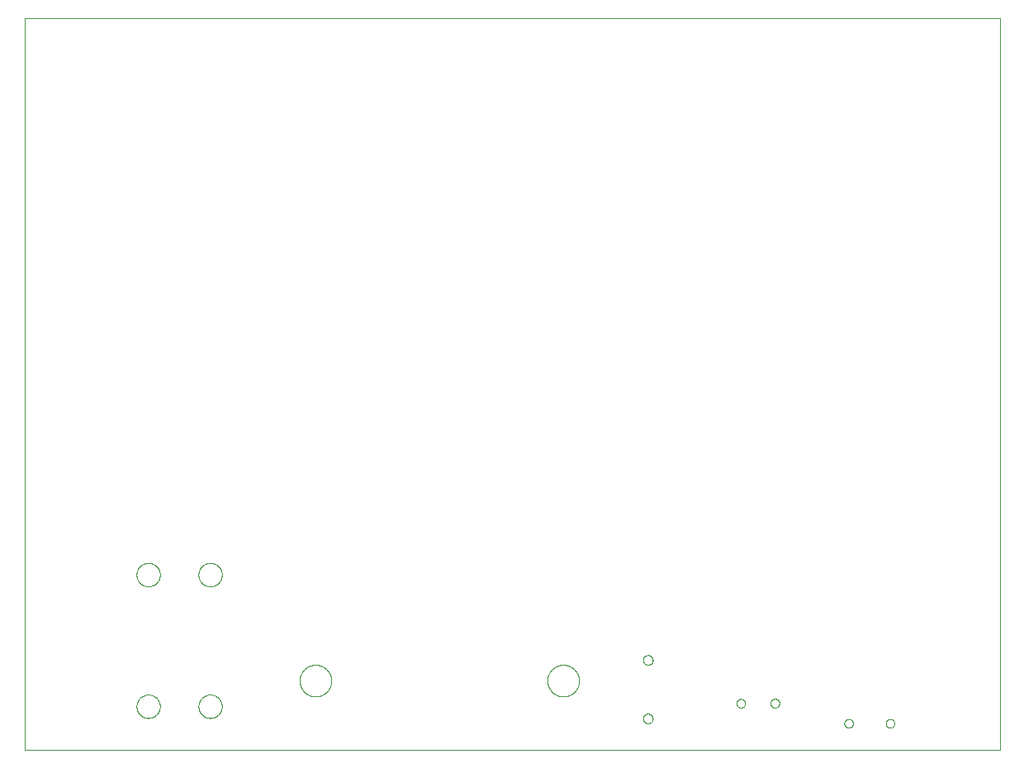
<source format=gbp>
G75*
%MOIN*%
%OFA0B0*%
%FSLAX25Y25*%
%IPPOS*%
%LPD*%
%AMOC8*
5,1,8,0,0,1.08239X$1,22.5*
%
%ADD10C,0.00000*%
D10*
X0004252Y0015829D02*
X0004252Y0311104D01*
X0397953Y0311104D01*
X0397953Y0015829D01*
X0004252Y0015829D01*
X0049528Y0033329D02*
X0049530Y0033466D01*
X0049536Y0033604D01*
X0049546Y0033741D01*
X0049560Y0033877D01*
X0049578Y0034014D01*
X0049600Y0034149D01*
X0049626Y0034284D01*
X0049655Y0034418D01*
X0049689Y0034552D01*
X0049726Y0034684D01*
X0049768Y0034815D01*
X0049813Y0034945D01*
X0049862Y0035073D01*
X0049914Y0035200D01*
X0049971Y0035325D01*
X0050030Y0035449D01*
X0050094Y0035571D01*
X0050161Y0035691D01*
X0050231Y0035809D01*
X0050305Y0035925D01*
X0050382Y0036039D01*
X0050463Y0036150D01*
X0050546Y0036259D01*
X0050633Y0036366D01*
X0050723Y0036469D01*
X0050816Y0036571D01*
X0050912Y0036669D01*
X0051010Y0036765D01*
X0051112Y0036858D01*
X0051215Y0036948D01*
X0051322Y0037035D01*
X0051431Y0037118D01*
X0051542Y0037199D01*
X0051656Y0037276D01*
X0051772Y0037350D01*
X0051890Y0037420D01*
X0052010Y0037487D01*
X0052132Y0037551D01*
X0052256Y0037610D01*
X0052381Y0037667D01*
X0052508Y0037719D01*
X0052636Y0037768D01*
X0052766Y0037813D01*
X0052897Y0037855D01*
X0053029Y0037892D01*
X0053163Y0037926D01*
X0053297Y0037955D01*
X0053432Y0037981D01*
X0053567Y0038003D01*
X0053704Y0038021D01*
X0053840Y0038035D01*
X0053977Y0038045D01*
X0054115Y0038051D01*
X0054252Y0038053D01*
X0054389Y0038051D01*
X0054527Y0038045D01*
X0054664Y0038035D01*
X0054800Y0038021D01*
X0054937Y0038003D01*
X0055072Y0037981D01*
X0055207Y0037955D01*
X0055341Y0037926D01*
X0055475Y0037892D01*
X0055607Y0037855D01*
X0055738Y0037813D01*
X0055868Y0037768D01*
X0055996Y0037719D01*
X0056123Y0037667D01*
X0056248Y0037610D01*
X0056372Y0037551D01*
X0056494Y0037487D01*
X0056614Y0037420D01*
X0056732Y0037350D01*
X0056848Y0037276D01*
X0056962Y0037199D01*
X0057073Y0037118D01*
X0057182Y0037035D01*
X0057289Y0036948D01*
X0057392Y0036858D01*
X0057494Y0036765D01*
X0057592Y0036669D01*
X0057688Y0036571D01*
X0057781Y0036469D01*
X0057871Y0036366D01*
X0057958Y0036259D01*
X0058041Y0036150D01*
X0058122Y0036039D01*
X0058199Y0035925D01*
X0058273Y0035809D01*
X0058343Y0035691D01*
X0058410Y0035571D01*
X0058474Y0035449D01*
X0058533Y0035325D01*
X0058590Y0035200D01*
X0058642Y0035073D01*
X0058691Y0034945D01*
X0058736Y0034815D01*
X0058778Y0034684D01*
X0058815Y0034552D01*
X0058849Y0034418D01*
X0058878Y0034284D01*
X0058904Y0034149D01*
X0058926Y0034014D01*
X0058944Y0033877D01*
X0058958Y0033741D01*
X0058968Y0033604D01*
X0058974Y0033466D01*
X0058976Y0033329D01*
X0058974Y0033192D01*
X0058968Y0033054D01*
X0058958Y0032917D01*
X0058944Y0032781D01*
X0058926Y0032644D01*
X0058904Y0032509D01*
X0058878Y0032374D01*
X0058849Y0032240D01*
X0058815Y0032106D01*
X0058778Y0031974D01*
X0058736Y0031843D01*
X0058691Y0031713D01*
X0058642Y0031585D01*
X0058590Y0031458D01*
X0058533Y0031333D01*
X0058474Y0031209D01*
X0058410Y0031087D01*
X0058343Y0030967D01*
X0058273Y0030849D01*
X0058199Y0030733D01*
X0058122Y0030619D01*
X0058041Y0030508D01*
X0057958Y0030399D01*
X0057871Y0030292D01*
X0057781Y0030189D01*
X0057688Y0030087D01*
X0057592Y0029989D01*
X0057494Y0029893D01*
X0057392Y0029800D01*
X0057289Y0029710D01*
X0057182Y0029623D01*
X0057073Y0029540D01*
X0056962Y0029459D01*
X0056848Y0029382D01*
X0056732Y0029308D01*
X0056614Y0029238D01*
X0056494Y0029171D01*
X0056372Y0029107D01*
X0056248Y0029048D01*
X0056123Y0028991D01*
X0055996Y0028939D01*
X0055868Y0028890D01*
X0055738Y0028845D01*
X0055607Y0028803D01*
X0055475Y0028766D01*
X0055341Y0028732D01*
X0055207Y0028703D01*
X0055072Y0028677D01*
X0054937Y0028655D01*
X0054800Y0028637D01*
X0054664Y0028623D01*
X0054527Y0028613D01*
X0054389Y0028607D01*
X0054252Y0028605D01*
X0054115Y0028607D01*
X0053977Y0028613D01*
X0053840Y0028623D01*
X0053704Y0028637D01*
X0053567Y0028655D01*
X0053432Y0028677D01*
X0053297Y0028703D01*
X0053163Y0028732D01*
X0053029Y0028766D01*
X0052897Y0028803D01*
X0052766Y0028845D01*
X0052636Y0028890D01*
X0052508Y0028939D01*
X0052381Y0028991D01*
X0052256Y0029048D01*
X0052132Y0029107D01*
X0052010Y0029171D01*
X0051890Y0029238D01*
X0051772Y0029308D01*
X0051656Y0029382D01*
X0051542Y0029459D01*
X0051431Y0029540D01*
X0051322Y0029623D01*
X0051215Y0029710D01*
X0051112Y0029800D01*
X0051010Y0029893D01*
X0050912Y0029989D01*
X0050816Y0030087D01*
X0050723Y0030189D01*
X0050633Y0030292D01*
X0050546Y0030399D01*
X0050463Y0030508D01*
X0050382Y0030619D01*
X0050305Y0030733D01*
X0050231Y0030849D01*
X0050161Y0030967D01*
X0050094Y0031087D01*
X0050030Y0031209D01*
X0049971Y0031333D01*
X0049914Y0031458D01*
X0049862Y0031585D01*
X0049813Y0031713D01*
X0049768Y0031843D01*
X0049726Y0031974D01*
X0049689Y0032106D01*
X0049655Y0032240D01*
X0049626Y0032374D01*
X0049600Y0032509D01*
X0049578Y0032644D01*
X0049560Y0032781D01*
X0049546Y0032917D01*
X0049536Y0033054D01*
X0049530Y0033192D01*
X0049528Y0033329D01*
X0074528Y0033329D02*
X0074530Y0033466D01*
X0074536Y0033604D01*
X0074546Y0033741D01*
X0074560Y0033877D01*
X0074578Y0034014D01*
X0074600Y0034149D01*
X0074626Y0034284D01*
X0074655Y0034418D01*
X0074689Y0034552D01*
X0074726Y0034684D01*
X0074768Y0034815D01*
X0074813Y0034945D01*
X0074862Y0035073D01*
X0074914Y0035200D01*
X0074971Y0035325D01*
X0075030Y0035449D01*
X0075094Y0035571D01*
X0075161Y0035691D01*
X0075231Y0035809D01*
X0075305Y0035925D01*
X0075382Y0036039D01*
X0075463Y0036150D01*
X0075546Y0036259D01*
X0075633Y0036366D01*
X0075723Y0036469D01*
X0075816Y0036571D01*
X0075912Y0036669D01*
X0076010Y0036765D01*
X0076112Y0036858D01*
X0076215Y0036948D01*
X0076322Y0037035D01*
X0076431Y0037118D01*
X0076542Y0037199D01*
X0076656Y0037276D01*
X0076772Y0037350D01*
X0076890Y0037420D01*
X0077010Y0037487D01*
X0077132Y0037551D01*
X0077256Y0037610D01*
X0077381Y0037667D01*
X0077508Y0037719D01*
X0077636Y0037768D01*
X0077766Y0037813D01*
X0077897Y0037855D01*
X0078029Y0037892D01*
X0078163Y0037926D01*
X0078297Y0037955D01*
X0078432Y0037981D01*
X0078567Y0038003D01*
X0078704Y0038021D01*
X0078840Y0038035D01*
X0078977Y0038045D01*
X0079115Y0038051D01*
X0079252Y0038053D01*
X0079389Y0038051D01*
X0079527Y0038045D01*
X0079664Y0038035D01*
X0079800Y0038021D01*
X0079937Y0038003D01*
X0080072Y0037981D01*
X0080207Y0037955D01*
X0080341Y0037926D01*
X0080475Y0037892D01*
X0080607Y0037855D01*
X0080738Y0037813D01*
X0080868Y0037768D01*
X0080996Y0037719D01*
X0081123Y0037667D01*
X0081248Y0037610D01*
X0081372Y0037551D01*
X0081494Y0037487D01*
X0081614Y0037420D01*
X0081732Y0037350D01*
X0081848Y0037276D01*
X0081962Y0037199D01*
X0082073Y0037118D01*
X0082182Y0037035D01*
X0082289Y0036948D01*
X0082392Y0036858D01*
X0082494Y0036765D01*
X0082592Y0036669D01*
X0082688Y0036571D01*
X0082781Y0036469D01*
X0082871Y0036366D01*
X0082958Y0036259D01*
X0083041Y0036150D01*
X0083122Y0036039D01*
X0083199Y0035925D01*
X0083273Y0035809D01*
X0083343Y0035691D01*
X0083410Y0035571D01*
X0083474Y0035449D01*
X0083533Y0035325D01*
X0083590Y0035200D01*
X0083642Y0035073D01*
X0083691Y0034945D01*
X0083736Y0034815D01*
X0083778Y0034684D01*
X0083815Y0034552D01*
X0083849Y0034418D01*
X0083878Y0034284D01*
X0083904Y0034149D01*
X0083926Y0034014D01*
X0083944Y0033877D01*
X0083958Y0033741D01*
X0083968Y0033604D01*
X0083974Y0033466D01*
X0083976Y0033329D01*
X0083974Y0033192D01*
X0083968Y0033054D01*
X0083958Y0032917D01*
X0083944Y0032781D01*
X0083926Y0032644D01*
X0083904Y0032509D01*
X0083878Y0032374D01*
X0083849Y0032240D01*
X0083815Y0032106D01*
X0083778Y0031974D01*
X0083736Y0031843D01*
X0083691Y0031713D01*
X0083642Y0031585D01*
X0083590Y0031458D01*
X0083533Y0031333D01*
X0083474Y0031209D01*
X0083410Y0031087D01*
X0083343Y0030967D01*
X0083273Y0030849D01*
X0083199Y0030733D01*
X0083122Y0030619D01*
X0083041Y0030508D01*
X0082958Y0030399D01*
X0082871Y0030292D01*
X0082781Y0030189D01*
X0082688Y0030087D01*
X0082592Y0029989D01*
X0082494Y0029893D01*
X0082392Y0029800D01*
X0082289Y0029710D01*
X0082182Y0029623D01*
X0082073Y0029540D01*
X0081962Y0029459D01*
X0081848Y0029382D01*
X0081732Y0029308D01*
X0081614Y0029238D01*
X0081494Y0029171D01*
X0081372Y0029107D01*
X0081248Y0029048D01*
X0081123Y0028991D01*
X0080996Y0028939D01*
X0080868Y0028890D01*
X0080738Y0028845D01*
X0080607Y0028803D01*
X0080475Y0028766D01*
X0080341Y0028732D01*
X0080207Y0028703D01*
X0080072Y0028677D01*
X0079937Y0028655D01*
X0079800Y0028637D01*
X0079664Y0028623D01*
X0079527Y0028613D01*
X0079389Y0028607D01*
X0079252Y0028605D01*
X0079115Y0028607D01*
X0078977Y0028613D01*
X0078840Y0028623D01*
X0078704Y0028637D01*
X0078567Y0028655D01*
X0078432Y0028677D01*
X0078297Y0028703D01*
X0078163Y0028732D01*
X0078029Y0028766D01*
X0077897Y0028803D01*
X0077766Y0028845D01*
X0077636Y0028890D01*
X0077508Y0028939D01*
X0077381Y0028991D01*
X0077256Y0029048D01*
X0077132Y0029107D01*
X0077010Y0029171D01*
X0076890Y0029238D01*
X0076772Y0029308D01*
X0076656Y0029382D01*
X0076542Y0029459D01*
X0076431Y0029540D01*
X0076322Y0029623D01*
X0076215Y0029710D01*
X0076112Y0029800D01*
X0076010Y0029893D01*
X0075912Y0029989D01*
X0075816Y0030087D01*
X0075723Y0030189D01*
X0075633Y0030292D01*
X0075546Y0030399D01*
X0075463Y0030508D01*
X0075382Y0030619D01*
X0075305Y0030733D01*
X0075231Y0030849D01*
X0075161Y0030967D01*
X0075094Y0031087D01*
X0075030Y0031209D01*
X0074971Y0031333D01*
X0074914Y0031458D01*
X0074862Y0031585D01*
X0074813Y0031713D01*
X0074768Y0031843D01*
X0074726Y0031974D01*
X0074689Y0032106D01*
X0074655Y0032240D01*
X0074626Y0032374D01*
X0074600Y0032509D01*
X0074578Y0032644D01*
X0074560Y0032781D01*
X0074546Y0032917D01*
X0074536Y0033054D01*
X0074530Y0033192D01*
X0074528Y0033329D01*
X0115352Y0043703D02*
X0115354Y0043863D01*
X0115360Y0044022D01*
X0115370Y0044181D01*
X0115384Y0044340D01*
X0115402Y0044499D01*
X0115423Y0044657D01*
X0115449Y0044814D01*
X0115479Y0044971D01*
X0115512Y0045127D01*
X0115550Y0045282D01*
X0115591Y0045436D01*
X0115636Y0045589D01*
X0115685Y0045741D01*
X0115738Y0045892D01*
X0115794Y0046041D01*
X0115855Y0046189D01*
X0115918Y0046335D01*
X0115986Y0046480D01*
X0116057Y0046623D01*
X0116131Y0046764D01*
X0116209Y0046903D01*
X0116291Y0047040D01*
X0116376Y0047175D01*
X0116464Y0047308D01*
X0116556Y0047439D01*
X0116650Y0047567D01*
X0116748Y0047693D01*
X0116849Y0047817D01*
X0116953Y0047938D01*
X0117060Y0048056D01*
X0117170Y0048172D01*
X0117283Y0048285D01*
X0117399Y0048395D01*
X0117517Y0048502D01*
X0117638Y0048606D01*
X0117762Y0048707D01*
X0117888Y0048805D01*
X0118016Y0048899D01*
X0118147Y0048991D01*
X0118280Y0049079D01*
X0118415Y0049164D01*
X0118552Y0049246D01*
X0118691Y0049324D01*
X0118832Y0049398D01*
X0118975Y0049469D01*
X0119120Y0049537D01*
X0119266Y0049600D01*
X0119414Y0049661D01*
X0119563Y0049717D01*
X0119714Y0049770D01*
X0119866Y0049819D01*
X0120019Y0049864D01*
X0120173Y0049905D01*
X0120328Y0049943D01*
X0120484Y0049976D01*
X0120641Y0050006D01*
X0120798Y0050032D01*
X0120956Y0050053D01*
X0121115Y0050071D01*
X0121274Y0050085D01*
X0121433Y0050095D01*
X0121592Y0050101D01*
X0121752Y0050103D01*
X0121912Y0050101D01*
X0122071Y0050095D01*
X0122230Y0050085D01*
X0122389Y0050071D01*
X0122548Y0050053D01*
X0122706Y0050032D01*
X0122863Y0050006D01*
X0123020Y0049976D01*
X0123176Y0049943D01*
X0123331Y0049905D01*
X0123485Y0049864D01*
X0123638Y0049819D01*
X0123790Y0049770D01*
X0123941Y0049717D01*
X0124090Y0049661D01*
X0124238Y0049600D01*
X0124384Y0049537D01*
X0124529Y0049469D01*
X0124672Y0049398D01*
X0124813Y0049324D01*
X0124952Y0049246D01*
X0125089Y0049164D01*
X0125224Y0049079D01*
X0125357Y0048991D01*
X0125488Y0048899D01*
X0125616Y0048805D01*
X0125742Y0048707D01*
X0125866Y0048606D01*
X0125987Y0048502D01*
X0126105Y0048395D01*
X0126221Y0048285D01*
X0126334Y0048172D01*
X0126444Y0048056D01*
X0126551Y0047938D01*
X0126655Y0047817D01*
X0126756Y0047693D01*
X0126854Y0047567D01*
X0126948Y0047439D01*
X0127040Y0047308D01*
X0127128Y0047175D01*
X0127213Y0047040D01*
X0127295Y0046903D01*
X0127373Y0046764D01*
X0127447Y0046623D01*
X0127518Y0046480D01*
X0127586Y0046335D01*
X0127649Y0046189D01*
X0127710Y0046041D01*
X0127766Y0045892D01*
X0127819Y0045741D01*
X0127868Y0045589D01*
X0127913Y0045436D01*
X0127954Y0045282D01*
X0127992Y0045127D01*
X0128025Y0044971D01*
X0128055Y0044814D01*
X0128081Y0044657D01*
X0128102Y0044499D01*
X0128120Y0044340D01*
X0128134Y0044181D01*
X0128144Y0044022D01*
X0128150Y0043863D01*
X0128152Y0043703D01*
X0128150Y0043543D01*
X0128144Y0043384D01*
X0128134Y0043225D01*
X0128120Y0043066D01*
X0128102Y0042907D01*
X0128081Y0042749D01*
X0128055Y0042592D01*
X0128025Y0042435D01*
X0127992Y0042279D01*
X0127954Y0042124D01*
X0127913Y0041970D01*
X0127868Y0041817D01*
X0127819Y0041665D01*
X0127766Y0041514D01*
X0127710Y0041365D01*
X0127649Y0041217D01*
X0127586Y0041071D01*
X0127518Y0040926D01*
X0127447Y0040783D01*
X0127373Y0040642D01*
X0127295Y0040503D01*
X0127213Y0040366D01*
X0127128Y0040231D01*
X0127040Y0040098D01*
X0126948Y0039967D01*
X0126854Y0039839D01*
X0126756Y0039713D01*
X0126655Y0039589D01*
X0126551Y0039468D01*
X0126444Y0039350D01*
X0126334Y0039234D01*
X0126221Y0039121D01*
X0126105Y0039011D01*
X0125987Y0038904D01*
X0125866Y0038800D01*
X0125742Y0038699D01*
X0125616Y0038601D01*
X0125488Y0038507D01*
X0125357Y0038415D01*
X0125224Y0038327D01*
X0125089Y0038242D01*
X0124952Y0038160D01*
X0124813Y0038082D01*
X0124672Y0038008D01*
X0124529Y0037937D01*
X0124384Y0037869D01*
X0124238Y0037806D01*
X0124090Y0037745D01*
X0123941Y0037689D01*
X0123790Y0037636D01*
X0123638Y0037587D01*
X0123485Y0037542D01*
X0123331Y0037501D01*
X0123176Y0037463D01*
X0123020Y0037430D01*
X0122863Y0037400D01*
X0122706Y0037374D01*
X0122548Y0037353D01*
X0122389Y0037335D01*
X0122230Y0037321D01*
X0122071Y0037311D01*
X0121912Y0037305D01*
X0121752Y0037303D01*
X0121592Y0037305D01*
X0121433Y0037311D01*
X0121274Y0037321D01*
X0121115Y0037335D01*
X0120956Y0037353D01*
X0120798Y0037374D01*
X0120641Y0037400D01*
X0120484Y0037430D01*
X0120328Y0037463D01*
X0120173Y0037501D01*
X0120019Y0037542D01*
X0119866Y0037587D01*
X0119714Y0037636D01*
X0119563Y0037689D01*
X0119414Y0037745D01*
X0119266Y0037806D01*
X0119120Y0037869D01*
X0118975Y0037937D01*
X0118832Y0038008D01*
X0118691Y0038082D01*
X0118552Y0038160D01*
X0118415Y0038242D01*
X0118280Y0038327D01*
X0118147Y0038415D01*
X0118016Y0038507D01*
X0117888Y0038601D01*
X0117762Y0038699D01*
X0117638Y0038800D01*
X0117517Y0038904D01*
X0117399Y0039011D01*
X0117283Y0039121D01*
X0117170Y0039234D01*
X0117060Y0039350D01*
X0116953Y0039468D01*
X0116849Y0039589D01*
X0116748Y0039713D01*
X0116650Y0039839D01*
X0116556Y0039967D01*
X0116464Y0040098D01*
X0116376Y0040231D01*
X0116291Y0040366D01*
X0116209Y0040503D01*
X0116131Y0040642D01*
X0116057Y0040783D01*
X0115986Y0040926D01*
X0115918Y0041071D01*
X0115855Y0041217D01*
X0115794Y0041365D01*
X0115738Y0041514D01*
X0115685Y0041665D01*
X0115636Y0041817D01*
X0115591Y0041970D01*
X0115550Y0042124D01*
X0115512Y0042279D01*
X0115479Y0042435D01*
X0115449Y0042592D01*
X0115423Y0042749D01*
X0115402Y0042907D01*
X0115384Y0043066D01*
X0115370Y0043225D01*
X0115360Y0043384D01*
X0115354Y0043543D01*
X0115352Y0043703D01*
X0074528Y0086478D02*
X0074530Y0086615D01*
X0074536Y0086753D01*
X0074546Y0086890D01*
X0074560Y0087026D01*
X0074578Y0087163D01*
X0074600Y0087298D01*
X0074626Y0087433D01*
X0074655Y0087567D01*
X0074689Y0087701D01*
X0074726Y0087833D01*
X0074768Y0087964D01*
X0074813Y0088094D01*
X0074862Y0088222D01*
X0074914Y0088349D01*
X0074971Y0088474D01*
X0075030Y0088598D01*
X0075094Y0088720D01*
X0075161Y0088840D01*
X0075231Y0088958D01*
X0075305Y0089074D01*
X0075382Y0089188D01*
X0075463Y0089299D01*
X0075546Y0089408D01*
X0075633Y0089515D01*
X0075723Y0089618D01*
X0075816Y0089720D01*
X0075912Y0089818D01*
X0076010Y0089914D01*
X0076112Y0090007D01*
X0076215Y0090097D01*
X0076322Y0090184D01*
X0076431Y0090267D01*
X0076542Y0090348D01*
X0076656Y0090425D01*
X0076772Y0090499D01*
X0076890Y0090569D01*
X0077010Y0090636D01*
X0077132Y0090700D01*
X0077256Y0090759D01*
X0077381Y0090816D01*
X0077508Y0090868D01*
X0077636Y0090917D01*
X0077766Y0090962D01*
X0077897Y0091004D01*
X0078029Y0091041D01*
X0078163Y0091075D01*
X0078297Y0091104D01*
X0078432Y0091130D01*
X0078567Y0091152D01*
X0078704Y0091170D01*
X0078840Y0091184D01*
X0078977Y0091194D01*
X0079115Y0091200D01*
X0079252Y0091202D01*
X0079389Y0091200D01*
X0079527Y0091194D01*
X0079664Y0091184D01*
X0079800Y0091170D01*
X0079937Y0091152D01*
X0080072Y0091130D01*
X0080207Y0091104D01*
X0080341Y0091075D01*
X0080475Y0091041D01*
X0080607Y0091004D01*
X0080738Y0090962D01*
X0080868Y0090917D01*
X0080996Y0090868D01*
X0081123Y0090816D01*
X0081248Y0090759D01*
X0081372Y0090700D01*
X0081494Y0090636D01*
X0081614Y0090569D01*
X0081732Y0090499D01*
X0081848Y0090425D01*
X0081962Y0090348D01*
X0082073Y0090267D01*
X0082182Y0090184D01*
X0082289Y0090097D01*
X0082392Y0090007D01*
X0082494Y0089914D01*
X0082592Y0089818D01*
X0082688Y0089720D01*
X0082781Y0089618D01*
X0082871Y0089515D01*
X0082958Y0089408D01*
X0083041Y0089299D01*
X0083122Y0089188D01*
X0083199Y0089074D01*
X0083273Y0088958D01*
X0083343Y0088840D01*
X0083410Y0088720D01*
X0083474Y0088598D01*
X0083533Y0088474D01*
X0083590Y0088349D01*
X0083642Y0088222D01*
X0083691Y0088094D01*
X0083736Y0087964D01*
X0083778Y0087833D01*
X0083815Y0087701D01*
X0083849Y0087567D01*
X0083878Y0087433D01*
X0083904Y0087298D01*
X0083926Y0087163D01*
X0083944Y0087026D01*
X0083958Y0086890D01*
X0083968Y0086753D01*
X0083974Y0086615D01*
X0083976Y0086478D01*
X0083974Y0086341D01*
X0083968Y0086203D01*
X0083958Y0086066D01*
X0083944Y0085930D01*
X0083926Y0085793D01*
X0083904Y0085658D01*
X0083878Y0085523D01*
X0083849Y0085389D01*
X0083815Y0085255D01*
X0083778Y0085123D01*
X0083736Y0084992D01*
X0083691Y0084862D01*
X0083642Y0084734D01*
X0083590Y0084607D01*
X0083533Y0084482D01*
X0083474Y0084358D01*
X0083410Y0084236D01*
X0083343Y0084116D01*
X0083273Y0083998D01*
X0083199Y0083882D01*
X0083122Y0083768D01*
X0083041Y0083657D01*
X0082958Y0083548D01*
X0082871Y0083441D01*
X0082781Y0083338D01*
X0082688Y0083236D01*
X0082592Y0083138D01*
X0082494Y0083042D01*
X0082392Y0082949D01*
X0082289Y0082859D01*
X0082182Y0082772D01*
X0082073Y0082689D01*
X0081962Y0082608D01*
X0081848Y0082531D01*
X0081732Y0082457D01*
X0081614Y0082387D01*
X0081494Y0082320D01*
X0081372Y0082256D01*
X0081248Y0082197D01*
X0081123Y0082140D01*
X0080996Y0082088D01*
X0080868Y0082039D01*
X0080738Y0081994D01*
X0080607Y0081952D01*
X0080475Y0081915D01*
X0080341Y0081881D01*
X0080207Y0081852D01*
X0080072Y0081826D01*
X0079937Y0081804D01*
X0079800Y0081786D01*
X0079664Y0081772D01*
X0079527Y0081762D01*
X0079389Y0081756D01*
X0079252Y0081754D01*
X0079115Y0081756D01*
X0078977Y0081762D01*
X0078840Y0081772D01*
X0078704Y0081786D01*
X0078567Y0081804D01*
X0078432Y0081826D01*
X0078297Y0081852D01*
X0078163Y0081881D01*
X0078029Y0081915D01*
X0077897Y0081952D01*
X0077766Y0081994D01*
X0077636Y0082039D01*
X0077508Y0082088D01*
X0077381Y0082140D01*
X0077256Y0082197D01*
X0077132Y0082256D01*
X0077010Y0082320D01*
X0076890Y0082387D01*
X0076772Y0082457D01*
X0076656Y0082531D01*
X0076542Y0082608D01*
X0076431Y0082689D01*
X0076322Y0082772D01*
X0076215Y0082859D01*
X0076112Y0082949D01*
X0076010Y0083042D01*
X0075912Y0083138D01*
X0075816Y0083236D01*
X0075723Y0083338D01*
X0075633Y0083441D01*
X0075546Y0083548D01*
X0075463Y0083657D01*
X0075382Y0083768D01*
X0075305Y0083882D01*
X0075231Y0083998D01*
X0075161Y0084116D01*
X0075094Y0084236D01*
X0075030Y0084358D01*
X0074971Y0084482D01*
X0074914Y0084607D01*
X0074862Y0084734D01*
X0074813Y0084862D01*
X0074768Y0084992D01*
X0074726Y0085123D01*
X0074689Y0085255D01*
X0074655Y0085389D01*
X0074626Y0085523D01*
X0074600Y0085658D01*
X0074578Y0085793D01*
X0074560Y0085930D01*
X0074546Y0086066D01*
X0074536Y0086203D01*
X0074530Y0086341D01*
X0074528Y0086478D01*
X0049528Y0086478D02*
X0049530Y0086615D01*
X0049536Y0086753D01*
X0049546Y0086890D01*
X0049560Y0087026D01*
X0049578Y0087163D01*
X0049600Y0087298D01*
X0049626Y0087433D01*
X0049655Y0087567D01*
X0049689Y0087701D01*
X0049726Y0087833D01*
X0049768Y0087964D01*
X0049813Y0088094D01*
X0049862Y0088222D01*
X0049914Y0088349D01*
X0049971Y0088474D01*
X0050030Y0088598D01*
X0050094Y0088720D01*
X0050161Y0088840D01*
X0050231Y0088958D01*
X0050305Y0089074D01*
X0050382Y0089188D01*
X0050463Y0089299D01*
X0050546Y0089408D01*
X0050633Y0089515D01*
X0050723Y0089618D01*
X0050816Y0089720D01*
X0050912Y0089818D01*
X0051010Y0089914D01*
X0051112Y0090007D01*
X0051215Y0090097D01*
X0051322Y0090184D01*
X0051431Y0090267D01*
X0051542Y0090348D01*
X0051656Y0090425D01*
X0051772Y0090499D01*
X0051890Y0090569D01*
X0052010Y0090636D01*
X0052132Y0090700D01*
X0052256Y0090759D01*
X0052381Y0090816D01*
X0052508Y0090868D01*
X0052636Y0090917D01*
X0052766Y0090962D01*
X0052897Y0091004D01*
X0053029Y0091041D01*
X0053163Y0091075D01*
X0053297Y0091104D01*
X0053432Y0091130D01*
X0053567Y0091152D01*
X0053704Y0091170D01*
X0053840Y0091184D01*
X0053977Y0091194D01*
X0054115Y0091200D01*
X0054252Y0091202D01*
X0054389Y0091200D01*
X0054527Y0091194D01*
X0054664Y0091184D01*
X0054800Y0091170D01*
X0054937Y0091152D01*
X0055072Y0091130D01*
X0055207Y0091104D01*
X0055341Y0091075D01*
X0055475Y0091041D01*
X0055607Y0091004D01*
X0055738Y0090962D01*
X0055868Y0090917D01*
X0055996Y0090868D01*
X0056123Y0090816D01*
X0056248Y0090759D01*
X0056372Y0090700D01*
X0056494Y0090636D01*
X0056614Y0090569D01*
X0056732Y0090499D01*
X0056848Y0090425D01*
X0056962Y0090348D01*
X0057073Y0090267D01*
X0057182Y0090184D01*
X0057289Y0090097D01*
X0057392Y0090007D01*
X0057494Y0089914D01*
X0057592Y0089818D01*
X0057688Y0089720D01*
X0057781Y0089618D01*
X0057871Y0089515D01*
X0057958Y0089408D01*
X0058041Y0089299D01*
X0058122Y0089188D01*
X0058199Y0089074D01*
X0058273Y0088958D01*
X0058343Y0088840D01*
X0058410Y0088720D01*
X0058474Y0088598D01*
X0058533Y0088474D01*
X0058590Y0088349D01*
X0058642Y0088222D01*
X0058691Y0088094D01*
X0058736Y0087964D01*
X0058778Y0087833D01*
X0058815Y0087701D01*
X0058849Y0087567D01*
X0058878Y0087433D01*
X0058904Y0087298D01*
X0058926Y0087163D01*
X0058944Y0087026D01*
X0058958Y0086890D01*
X0058968Y0086753D01*
X0058974Y0086615D01*
X0058976Y0086478D01*
X0058974Y0086341D01*
X0058968Y0086203D01*
X0058958Y0086066D01*
X0058944Y0085930D01*
X0058926Y0085793D01*
X0058904Y0085658D01*
X0058878Y0085523D01*
X0058849Y0085389D01*
X0058815Y0085255D01*
X0058778Y0085123D01*
X0058736Y0084992D01*
X0058691Y0084862D01*
X0058642Y0084734D01*
X0058590Y0084607D01*
X0058533Y0084482D01*
X0058474Y0084358D01*
X0058410Y0084236D01*
X0058343Y0084116D01*
X0058273Y0083998D01*
X0058199Y0083882D01*
X0058122Y0083768D01*
X0058041Y0083657D01*
X0057958Y0083548D01*
X0057871Y0083441D01*
X0057781Y0083338D01*
X0057688Y0083236D01*
X0057592Y0083138D01*
X0057494Y0083042D01*
X0057392Y0082949D01*
X0057289Y0082859D01*
X0057182Y0082772D01*
X0057073Y0082689D01*
X0056962Y0082608D01*
X0056848Y0082531D01*
X0056732Y0082457D01*
X0056614Y0082387D01*
X0056494Y0082320D01*
X0056372Y0082256D01*
X0056248Y0082197D01*
X0056123Y0082140D01*
X0055996Y0082088D01*
X0055868Y0082039D01*
X0055738Y0081994D01*
X0055607Y0081952D01*
X0055475Y0081915D01*
X0055341Y0081881D01*
X0055207Y0081852D01*
X0055072Y0081826D01*
X0054937Y0081804D01*
X0054800Y0081786D01*
X0054664Y0081772D01*
X0054527Y0081762D01*
X0054389Y0081756D01*
X0054252Y0081754D01*
X0054115Y0081756D01*
X0053977Y0081762D01*
X0053840Y0081772D01*
X0053704Y0081786D01*
X0053567Y0081804D01*
X0053432Y0081826D01*
X0053297Y0081852D01*
X0053163Y0081881D01*
X0053029Y0081915D01*
X0052897Y0081952D01*
X0052766Y0081994D01*
X0052636Y0082039D01*
X0052508Y0082088D01*
X0052381Y0082140D01*
X0052256Y0082197D01*
X0052132Y0082256D01*
X0052010Y0082320D01*
X0051890Y0082387D01*
X0051772Y0082457D01*
X0051656Y0082531D01*
X0051542Y0082608D01*
X0051431Y0082689D01*
X0051322Y0082772D01*
X0051215Y0082859D01*
X0051112Y0082949D01*
X0051010Y0083042D01*
X0050912Y0083138D01*
X0050816Y0083236D01*
X0050723Y0083338D01*
X0050633Y0083441D01*
X0050546Y0083548D01*
X0050463Y0083657D01*
X0050382Y0083768D01*
X0050305Y0083882D01*
X0050231Y0083998D01*
X0050161Y0084116D01*
X0050094Y0084236D01*
X0050030Y0084358D01*
X0049971Y0084482D01*
X0049914Y0084607D01*
X0049862Y0084734D01*
X0049813Y0084862D01*
X0049768Y0084992D01*
X0049726Y0085123D01*
X0049689Y0085255D01*
X0049655Y0085389D01*
X0049626Y0085523D01*
X0049600Y0085658D01*
X0049578Y0085793D01*
X0049560Y0085930D01*
X0049546Y0086066D01*
X0049536Y0086203D01*
X0049530Y0086341D01*
X0049528Y0086478D01*
X0215352Y0043703D02*
X0215354Y0043863D01*
X0215360Y0044022D01*
X0215370Y0044181D01*
X0215384Y0044340D01*
X0215402Y0044499D01*
X0215423Y0044657D01*
X0215449Y0044814D01*
X0215479Y0044971D01*
X0215512Y0045127D01*
X0215550Y0045282D01*
X0215591Y0045436D01*
X0215636Y0045589D01*
X0215685Y0045741D01*
X0215738Y0045892D01*
X0215794Y0046041D01*
X0215855Y0046189D01*
X0215918Y0046335D01*
X0215986Y0046480D01*
X0216057Y0046623D01*
X0216131Y0046764D01*
X0216209Y0046903D01*
X0216291Y0047040D01*
X0216376Y0047175D01*
X0216464Y0047308D01*
X0216556Y0047439D01*
X0216650Y0047567D01*
X0216748Y0047693D01*
X0216849Y0047817D01*
X0216953Y0047938D01*
X0217060Y0048056D01*
X0217170Y0048172D01*
X0217283Y0048285D01*
X0217399Y0048395D01*
X0217517Y0048502D01*
X0217638Y0048606D01*
X0217762Y0048707D01*
X0217888Y0048805D01*
X0218016Y0048899D01*
X0218147Y0048991D01*
X0218280Y0049079D01*
X0218415Y0049164D01*
X0218552Y0049246D01*
X0218691Y0049324D01*
X0218832Y0049398D01*
X0218975Y0049469D01*
X0219120Y0049537D01*
X0219266Y0049600D01*
X0219414Y0049661D01*
X0219563Y0049717D01*
X0219714Y0049770D01*
X0219866Y0049819D01*
X0220019Y0049864D01*
X0220173Y0049905D01*
X0220328Y0049943D01*
X0220484Y0049976D01*
X0220641Y0050006D01*
X0220798Y0050032D01*
X0220956Y0050053D01*
X0221115Y0050071D01*
X0221274Y0050085D01*
X0221433Y0050095D01*
X0221592Y0050101D01*
X0221752Y0050103D01*
X0221912Y0050101D01*
X0222071Y0050095D01*
X0222230Y0050085D01*
X0222389Y0050071D01*
X0222548Y0050053D01*
X0222706Y0050032D01*
X0222863Y0050006D01*
X0223020Y0049976D01*
X0223176Y0049943D01*
X0223331Y0049905D01*
X0223485Y0049864D01*
X0223638Y0049819D01*
X0223790Y0049770D01*
X0223941Y0049717D01*
X0224090Y0049661D01*
X0224238Y0049600D01*
X0224384Y0049537D01*
X0224529Y0049469D01*
X0224672Y0049398D01*
X0224813Y0049324D01*
X0224952Y0049246D01*
X0225089Y0049164D01*
X0225224Y0049079D01*
X0225357Y0048991D01*
X0225488Y0048899D01*
X0225616Y0048805D01*
X0225742Y0048707D01*
X0225866Y0048606D01*
X0225987Y0048502D01*
X0226105Y0048395D01*
X0226221Y0048285D01*
X0226334Y0048172D01*
X0226444Y0048056D01*
X0226551Y0047938D01*
X0226655Y0047817D01*
X0226756Y0047693D01*
X0226854Y0047567D01*
X0226948Y0047439D01*
X0227040Y0047308D01*
X0227128Y0047175D01*
X0227213Y0047040D01*
X0227295Y0046903D01*
X0227373Y0046764D01*
X0227447Y0046623D01*
X0227518Y0046480D01*
X0227586Y0046335D01*
X0227649Y0046189D01*
X0227710Y0046041D01*
X0227766Y0045892D01*
X0227819Y0045741D01*
X0227868Y0045589D01*
X0227913Y0045436D01*
X0227954Y0045282D01*
X0227992Y0045127D01*
X0228025Y0044971D01*
X0228055Y0044814D01*
X0228081Y0044657D01*
X0228102Y0044499D01*
X0228120Y0044340D01*
X0228134Y0044181D01*
X0228144Y0044022D01*
X0228150Y0043863D01*
X0228152Y0043703D01*
X0228150Y0043543D01*
X0228144Y0043384D01*
X0228134Y0043225D01*
X0228120Y0043066D01*
X0228102Y0042907D01*
X0228081Y0042749D01*
X0228055Y0042592D01*
X0228025Y0042435D01*
X0227992Y0042279D01*
X0227954Y0042124D01*
X0227913Y0041970D01*
X0227868Y0041817D01*
X0227819Y0041665D01*
X0227766Y0041514D01*
X0227710Y0041365D01*
X0227649Y0041217D01*
X0227586Y0041071D01*
X0227518Y0040926D01*
X0227447Y0040783D01*
X0227373Y0040642D01*
X0227295Y0040503D01*
X0227213Y0040366D01*
X0227128Y0040231D01*
X0227040Y0040098D01*
X0226948Y0039967D01*
X0226854Y0039839D01*
X0226756Y0039713D01*
X0226655Y0039589D01*
X0226551Y0039468D01*
X0226444Y0039350D01*
X0226334Y0039234D01*
X0226221Y0039121D01*
X0226105Y0039011D01*
X0225987Y0038904D01*
X0225866Y0038800D01*
X0225742Y0038699D01*
X0225616Y0038601D01*
X0225488Y0038507D01*
X0225357Y0038415D01*
X0225224Y0038327D01*
X0225089Y0038242D01*
X0224952Y0038160D01*
X0224813Y0038082D01*
X0224672Y0038008D01*
X0224529Y0037937D01*
X0224384Y0037869D01*
X0224238Y0037806D01*
X0224090Y0037745D01*
X0223941Y0037689D01*
X0223790Y0037636D01*
X0223638Y0037587D01*
X0223485Y0037542D01*
X0223331Y0037501D01*
X0223176Y0037463D01*
X0223020Y0037430D01*
X0222863Y0037400D01*
X0222706Y0037374D01*
X0222548Y0037353D01*
X0222389Y0037335D01*
X0222230Y0037321D01*
X0222071Y0037311D01*
X0221912Y0037305D01*
X0221752Y0037303D01*
X0221592Y0037305D01*
X0221433Y0037311D01*
X0221274Y0037321D01*
X0221115Y0037335D01*
X0220956Y0037353D01*
X0220798Y0037374D01*
X0220641Y0037400D01*
X0220484Y0037430D01*
X0220328Y0037463D01*
X0220173Y0037501D01*
X0220019Y0037542D01*
X0219866Y0037587D01*
X0219714Y0037636D01*
X0219563Y0037689D01*
X0219414Y0037745D01*
X0219266Y0037806D01*
X0219120Y0037869D01*
X0218975Y0037937D01*
X0218832Y0038008D01*
X0218691Y0038082D01*
X0218552Y0038160D01*
X0218415Y0038242D01*
X0218280Y0038327D01*
X0218147Y0038415D01*
X0218016Y0038507D01*
X0217888Y0038601D01*
X0217762Y0038699D01*
X0217638Y0038800D01*
X0217517Y0038904D01*
X0217399Y0039011D01*
X0217283Y0039121D01*
X0217170Y0039234D01*
X0217060Y0039350D01*
X0216953Y0039468D01*
X0216849Y0039589D01*
X0216748Y0039713D01*
X0216650Y0039839D01*
X0216556Y0039967D01*
X0216464Y0040098D01*
X0216376Y0040231D01*
X0216291Y0040366D01*
X0216209Y0040503D01*
X0216131Y0040642D01*
X0216057Y0040783D01*
X0215986Y0040926D01*
X0215918Y0041071D01*
X0215855Y0041217D01*
X0215794Y0041365D01*
X0215738Y0041514D01*
X0215685Y0041665D01*
X0215636Y0041817D01*
X0215591Y0041970D01*
X0215550Y0042124D01*
X0215512Y0042279D01*
X0215479Y0042435D01*
X0215449Y0042592D01*
X0215423Y0042749D01*
X0215402Y0042907D01*
X0215384Y0043066D01*
X0215370Y0043225D01*
X0215360Y0043384D01*
X0215354Y0043543D01*
X0215352Y0043703D01*
X0253971Y0052014D02*
X0253973Y0052102D01*
X0253979Y0052190D01*
X0253989Y0052278D01*
X0254003Y0052366D01*
X0254020Y0052452D01*
X0254042Y0052538D01*
X0254067Y0052622D01*
X0254097Y0052706D01*
X0254129Y0052788D01*
X0254166Y0052868D01*
X0254206Y0052947D01*
X0254250Y0053024D01*
X0254297Y0053099D01*
X0254347Y0053171D01*
X0254401Y0053242D01*
X0254457Y0053309D01*
X0254517Y0053375D01*
X0254579Y0053437D01*
X0254645Y0053497D01*
X0254712Y0053553D01*
X0254783Y0053607D01*
X0254855Y0053657D01*
X0254930Y0053704D01*
X0255007Y0053748D01*
X0255086Y0053788D01*
X0255166Y0053825D01*
X0255248Y0053857D01*
X0255332Y0053887D01*
X0255416Y0053912D01*
X0255502Y0053934D01*
X0255588Y0053951D01*
X0255676Y0053965D01*
X0255764Y0053975D01*
X0255852Y0053981D01*
X0255940Y0053983D01*
X0256028Y0053981D01*
X0256116Y0053975D01*
X0256204Y0053965D01*
X0256292Y0053951D01*
X0256378Y0053934D01*
X0256464Y0053912D01*
X0256548Y0053887D01*
X0256632Y0053857D01*
X0256714Y0053825D01*
X0256794Y0053788D01*
X0256873Y0053748D01*
X0256950Y0053704D01*
X0257025Y0053657D01*
X0257097Y0053607D01*
X0257168Y0053553D01*
X0257235Y0053497D01*
X0257301Y0053437D01*
X0257363Y0053375D01*
X0257423Y0053309D01*
X0257479Y0053242D01*
X0257533Y0053171D01*
X0257583Y0053099D01*
X0257630Y0053024D01*
X0257674Y0052947D01*
X0257714Y0052868D01*
X0257751Y0052788D01*
X0257783Y0052706D01*
X0257813Y0052622D01*
X0257838Y0052538D01*
X0257860Y0052452D01*
X0257877Y0052366D01*
X0257891Y0052278D01*
X0257901Y0052190D01*
X0257907Y0052102D01*
X0257909Y0052014D01*
X0257907Y0051926D01*
X0257901Y0051838D01*
X0257891Y0051750D01*
X0257877Y0051662D01*
X0257860Y0051576D01*
X0257838Y0051490D01*
X0257813Y0051406D01*
X0257783Y0051322D01*
X0257751Y0051240D01*
X0257714Y0051160D01*
X0257674Y0051081D01*
X0257630Y0051004D01*
X0257583Y0050929D01*
X0257533Y0050857D01*
X0257479Y0050786D01*
X0257423Y0050719D01*
X0257363Y0050653D01*
X0257301Y0050591D01*
X0257235Y0050531D01*
X0257168Y0050475D01*
X0257097Y0050421D01*
X0257025Y0050371D01*
X0256950Y0050324D01*
X0256873Y0050280D01*
X0256794Y0050240D01*
X0256714Y0050203D01*
X0256632Y0050171D01*
X0256548Y0050141D01*
X0256464Y0050116D01*
X0256378Y0050094D01*
X0256292Y0050077D01*
X0256204Y0050063D01*
X0256116Y0050053D01*
X0256028Y0050047D01*
X0255940Y0050045D01*
X0255852Y0050047D01*
X0255764Y0050053D01*
X0255676Y0050063D01*
X0255588Y0050077D01*
X0255502Y0050094D01*
X0255416Y0050116D01*
X0255332Y0050141D01*
X0255248Y0050171D01*
X0255166Y0050203D01*
X0255086Y0050240D01*
X0255007Y0050280D01*
X0254930Y0050324D01*
X0254855Y0050371D01*
X0254783Y0050421D01*
X0254712Y0050475D01*
X0254645Y0050531D01*
X0254579Y0050591D01*
X0254517Y0050653D01*
X0254457Y0050719D01*
X0254401Y0050786D01*
X0254347Y0050857D01*
X0254297Y0050929D01*
X0254250Y0051004D01*
X0254206Y0051081D01*
X0254166Y0051160D01*
X0254129Y0051240D01*
X0254097Y0051322D01*
X0254067Y0051406D01*
X0254042Y0051490D01*
X0254020Y0051576D01*
X0254003Y0051662D01*
X0253989Y0051750D01*
X0253979Y0051838D01*
X0253973Y0051926D01*
X0253971Y0052014D01*
X0253971Y0028394D02*
X0253973Y0028482D01*
X0253979Y0028570D01*
X0253989Y0028658D01*
X0254003Y0028746D01*
X0254020Y0028832D01*
X0254042Y0028918D01*
X0254067Y0029002D01*
X0254097Y0029086D01*
X0254129Y0029168D01*
X0254166Y0029248D01*
X0254206Y0029327D01*
X0254250Y0029404D01*
X0254297Y0029479D01*
X0254347Y0029551D01*
X0254401Y0029622D01*
X0254457Y0029689D01*
X0254517Y0029755D01*
X0254579Y0029817D01*
X0254645Y0029877D01*
X0254712Y0029933D01*
X0254783Y0029987D01*
X0254855Y0030037D01*
X0254930Y0030084D01*
X0255007Y0030128D01*
X0255086Y0030168D01*
X0255166Y0030205D01*
X0255248Y0030237D01*
X0255332Y0030267D01*
X0255416Y0030292D01*
X0255502Y0030314D01*
X0255588Y0030331D01*
X0255676Y0030345D01*
X0255764Y0030355D01*
X0255852Y0030361D01*
X0255940Y0030363D01*
X0256028Y0030361D01*
X0256116Y0030355D01*
X0256204Y0030345D01*
X0256292Y0030331D01*
X0256378Y0030314D01*
X0256464Y0030292D01*
X0256548Y0030267D01*
X0256632Y0030237D01*
X0256714Y0030205D01*
X0256794Y0030168D01*
X0256873Y0030128D01*
X0256950Y0030084D01*
X0257025Y0030037D01*
X0257097Y0029987D01*
X0257168Y0029933D01*
X0257235Y0029877D01*
X0257301Y0029817D01*
X0257363Y0029755D01*
X0257423Y0029689D01*
X0257479Y0029622D01*
X0257533Y0029551D01*
X0257583Y0029479D01*
X0257630Y0029404D01*
X0257674Y0029327D01*
X0257714Y0029248D01*
X0257751Y0029168D01*
X0257783Y0029086D01*
X0257813Y0029002D01*
X0257838Y0028918D01*
X0257860Y0028832D01*
X0257877Y0028746D01*
X0257891Y0028658D01*
X0257901Y0028570D01*
X0257907Y0028482D01*
X0257909Y0028394D01*
X0257907Y0028306D01*
X0257901Y0028218D01*
X0257891Y0028130D01*
X0257877Y0028042D01*
X0257860Y0027956D01*
X0257838Y0027870D01*
X0257813Y0027786D01*
X0257783Y0027702D01*
X0257751Y0027620D01*
X0257714Y0027540D01*
X0257674Y0027461D01*
X0257630Y0027384D01*
X0257583Y0027309D01*
X0257533Y0027237D01*
X0257479Y0027166D01*
X0257423Y0027099D01*
X0257363Y0027033D01*
X0257301Y0026971D01*
X0257235Y0026911D01*
X0257168Y0026855D01*
X0257097Y0026801D01*
X0257025Y0026751D01*
X0256950Y0026704D01*
X0256873Y0026660D01*
X0256794Y0026620D01*
X0256714Y0026583D01*
X0256632Y0026551D01*
X0256548Y0026521D01*
X0256464Y0026496D01*
X0256378Y0026474D01*
X0256292Y0026457D01*
X0256204Y0026443D01*
X0256116Y0026433D01*
X0256028Y0026427D01*
X0255940Y0026425D01*
X0255852Y0026427D01*
X0255764Y0026433D01*
X0255676Y0026443D01*
X0255588Y0026457D01*
X0255502Y0026474D01*
X0255416Y0026496D01*
X0255332Y0026521D01*
X0255248Y0026551D01*
X0255166Y0026583D01*
X0255086Y0026620D01*
X0255007Y0026660D01*
X0254930Y0026704D01*
X0254855Y0026751D01*
X0254783Y0026801D01*
X0254712Y0026855D01*
X0254645Y0026911D01*
X0254579Y0026971D01*
X0254517Y0027033D01*
X0254457Y0027099D01*
X0254401Y0027166D01*
X0254347Y0027237D01*
X0254297Y0027309D01*
X0254250Y0027384D01*
X0254206Y0027461D01*
X0254166Y0027540D01*
X0254129Y0027620D01*
X0254097Y0027702D01*
X0254067Y0027786D01*
X0254042Y0027870D01*
X0254020Y0027956D01*
X0254003Y0028042D01*
X0253989Y0028130D01*
X0253979Y0028218D01*
X0253973Y0028306D01*
X0253971Y0028394D01*
X0291654Y0034579D02*
X0291656Y0034663D01*
X0291662Y0034746D01*
X0291672Y0034829D01*
X0291686Y0034912D01*
X0291703Y0034994D01*
X0291725Y0035075D01*
X0291750Y0035154D01*
X0291779Y0035233D01*
X0291812Y0035310D01*
X0291848Y0035385D01*
X0291888Y0035459D01*
X0291931Y0035531D01*
X0291978Y0035600D01*
X0292028Y0035667D01*
X0292081Y0035732D01*
X0292137Y0035794D01*
X0292195Y0035854D01*
X0292257Y0035911D01*
X0292321Y0035964D01*
X0292388Y0036015D01*
X0292457Y0036062D01*
X0292528Y0036107D01*
X0292601Y0036147D01*
X0292676Y0036184D01*
X0292753Y0036218D01*
X0292831Y0036248D01*
X0292910Y0036274D01*
X0292991Y0036297D01*
X0293073Y0036315D01*
X0293155Y0036330D01*
X0293238Y0036341D01*
X0293321Y0036348D01*
X0293405Y0036351D01*
X0293489Y0036350D01*
X0293572Y0036345D01*
X0293656Y0036336D01*
X0293738Y0036323D01*
X0293820Y0036307D01*
X0293901Y0036286D01*
X0293982Y0036262D01*
X0294060Y0036234D01*
X0294138Y0036202D01*
X0294214Y0036166D01*
X0294288Y0036127D01*
X0294360Y0036085D01*
X0294430Y0036039D01*
X0294498Y0035990D01*
X0294563Y0035938D01*
X0294626Y0035883D01*
X0294686Y0035825D01*
X0294744Y0035764D01*
X0294798Y0035700D01*
X0294850Y0035634D01*
X0294898Y0035566D01*
X0294943Y0035495D01*
X0294984Y0035422D01*
X0295023Y0035348D01*
X0295057Y0035272D01*
X0295088Y0035194D01*
X0295115Y0035115D01*
X0295139Y0035034D01*
X0295158Y0034953D01*
X0295174Y0034871D01*
X0295186Y0034788D01*
X0295194Y0034704D01*
X0295198Y0034621D01*
X0295198Y0034537D01*
X0295194Y0034454D01*
X0295186Y0034370D01*
X0295174Y0034287D01*
X0295158Y0034205D01*
X0295139Y0034124D01*
X0295115Y0034043D01*
X0295088Y0033964D01*
X0295057Y0033886D01*
X0295023Y0033810D01*
X0294984Y0033736D01*
X0294943Y0033663D01*
X0294898Y0033592D01*
X0294850Y0033524D01*
X0294798Y0033458D01*
X0294744Y0033394D01*
X0294686Y0033333D01*
X0294626Y0033275D01*
X0294563Y0033220D01*
X0294498Y0033168D01*
X0294430Y0033119D01*
X0294360Y0033073D01*
X0294288Y0033031D01*
X0294214Y0032992D01*
X0294138Y0032956D01*
X0294060Y0032924D01*
X0293982Y0032896D01*
X0293901Y0032872D01*
X0293820Y0032851D01*
X0293738Y0032835D01*
X0293656Y0032822D01*
X0293572Y0032813D01*
X0293489Y0032808D01*
X0293405Y0032807D01*
X0293321Y0032810D01*
X0293238Y0032817D01*
X0293155Y0032828D01*
X0293073Y0032843D01*
X0292991Y0032861D01*
X0292910Y0032884D01*
X0292831Y0032910D01*
X0292753Y0032940D01*
X0292676Y0032974D01*
X0292601Y0033011D01*
X0292528Y0033051D01*
X0292457Y0033096D01*
X0292388Y0033143D01*
X0292321Y0033194D01*
X0292257Y0033247D01*
X0292195Y0033304D01*
X0292137Y0033364D01*
X0292081Y0033426D01*
X0292028Y0033491D01*
X0291978Y0033558D01*
X0291931Y0033627D01*
X0291888Y0033699D01*
X0291848Y0033773D01*
X0291812Y0033848D01*
X0291779Y0033925D01*
X0291750Y0034004D01*
X0291725Y0034083D01*
X0291703Y0034164D01*
X0291686Y0034246D01*
X0291672Y0034329D01*
X0291662Y0034412D01*
X0291656Y0034495D01*
X0291654Y0034579D01*
X0305433Y0034579D02*
X0305435Y0034663D01*
X0305441Y0034746D01*
X0305451Y0034829D01*
X0305465Y0034912D01*
X0305482Y0034994D01*
X0305504Y0035075D01*
X0305529Y0035154D01*
X0305558Y0035233D01*
X0305591Y0035310D01*
X0305627Y0035385D01*
X0305667Y0035459D01*
X0305710Y0035531D01*
X0305757Y0035600D01*
X0305807Y0035667D01*
X0305860Y0035732D01*
X0305916Y0035794D01*
X0305974Y0035854D01*
X0306036Y0035911D01*
X0306100Y0035964D01*
X0306167Y0036015D01*
X0306236Y0036062D01*
X0306307Y0036107D01*
X0306380Y0036147D01*
X0306455Y0036184D01*
X0306532Y0036218D01*
X0306610Y0036248D01*
X0306689Y0036274D01*
X0306770Y0036297D01*
X0306852Y0036315D01*
X0306934Y0036330D01*
X0307017Y0036341D01*
X0307100Y0036348D01*
X0307184Y0036351D01*
X0307268Y0036350D01*
X0307351Y0036345D01*
X0307435Y0036336D01*
X0307517Y0036323D01*
X0307599Y0036307D01*
X0307680Y0036286D01*
X0307761Y0036262D01*
X0307839Y0036234D01*
X0307917Y0036202D01*
X0307993Y0036166D01*
X0308067Y0036127D01*
X0308139Y0036085D01*
X0308209Y0036039D01*
X0308277Y0035990D01*
X0308342Y0035938D01*
X0308405Y0035883D01*
X0308465Y0035825D01*
X0308523Y0035764D01*
X0308577Y0035700D01*
X0308629Y0035634D01*
X0308677Y0035566D01*
X0308722Y0035495D01*
X0308763Y0035422D01*
X0308802Y0035348D01*
X0308836Y0035272D01*
X0308867Y0035194D01*
X0308894Y0035115D01*
X0308918Y0035034D01*
X0308937Y0034953D01*
X0308953Y0034871D01*
X0308965Y0034788D01*
X0308973Y0034704D01*
X0308977Y0034621D01*
X0308977Y0034537D01*
X0308973Y0034454D01*
X0308965Y0034370D01*
X0308953Y0034287D01*
X0308937Y0034205D01*
X0308918Y0034124D01*
X0308894Y0034043D01*
X0308867Y0033964D01*
X0308836Y0033886D01*
X0308802Y0033810D01*
X0308763Y0033736D01*
X0308722Y0033663D01*
X0308677Y0033592D01*
X0308629Y0033524D01*
X0308577Y0033458D01*
X0308523Y0033394D01*
X0308465Y0033333D01*
X0308405Y0033275D01*
X0308342Y0033220D01*
X0308277Y0033168D01*
X0308209Y0033119D01*
X0308139Y0033073D01*
X0308067Y0033031D01*
X0307993Y0032992D01*
X0307917Y0032956D01*
X0307839Y0032924D01*
X0307761Y0032896D01*
X0307680Y0032872D01*
X0307599Y0032851D01*
X0307517Y0032835D01*
X0307435Y0032822D01*
X0307351Y0032813D01*
X0307268Y0032808D01*
X0307184Y0032807D01*
X0307100Y0032810D01*
X0307017Y0032817D01*
X0306934Y0032828D01*
X0306852Y0032843D01*
X0306770Y0032861D01*
X0306689Y0032884D01*
X0306610Y0032910D01*
X0306532Y0032940D01*
X0306455Y0032974D01*
X0306380Y0033011D01*
X0306307Y0033051D01*
X0306236Y0033096D01*
X0306167Y0033143D01*
X0306100Y0033194D01*
X0306036Y0033247D01*
X0305974Y0033304D01*
X0305916Y0033364D01*
X0305860Y0033426D01*
X0305807Y0033491D01*
X0305757Y0033558D01*
X0305710Y0033627D01*
X0305667Y0033699D01*
X0305627Y0033773D01*
X0305591Y0033848D01*
X0305558Y0033925D01*
X0305529Y0034004D01*
X0305504Y0034083D01*
X0305482Y0034164D01*
X0305465Y0034246D01*
X0305451Y0034329D01*
X0305441Y0034412D01*
X0305435Y0034495D01*
X0305433Y0034579D01*
X0335177Y0026454D02*
X0335179Y0026538D01*
X0335185Y0026621D01*
X0335195Y0026704D01*
X0335209Y0026787D01*
X0335226Y0026869D01*
X0335248Y0026950D01*
X0335273Y0027029D01*
X0335302Y0027108D01*
X0335335Y0027185D01*
X0335371Y0027260D01*
X0335411Y0027334D01*
X0335454Y0027406D01*
X0335501Y0027475D01*
X0335551Y0027542D01*
X0335604Y0027607D01*
X0335660Y0027669D01*
X0335718Y0027729D01*
X0335780Y0027786D01*
X0335844Y0027839D01*
X0335911Y0027890D01*
X0335980Y0027937D01*
X0336051Y0027982D01*
X0336124Y0028022D01*
X0336199Y0028059D01*
X0336276Y0028093D01*
X0336354Y0028123D01*
X0336433Y0028149D01*
X0336514Y0028172D01*
X0336596Y0028190D01*
X0336678Y0028205D01*
X0336761Y0028216D01*
X0336844Y0028223D01*
X0336928Y0028226D01*
X0337012Y0028225D01*
X0337095Y0028220D01*
X0337179Y0028211D01*
X0337261Y0028198D01*
X0337343Y0028182D01*
X0337424Y0028161D01*
X0337505Y0028137D01*
X0337583Y0028109D01*
X0337661Y0028077D01*
X0337737Y0028041D01*
X0337811Y0028002D01*
X0337883Y0027960D01*
X0337953Y0027914D01*
X0338021Y0027865D01*
X0338086Y0027813D01*
X0338149Y0027758D01*
X0338209Y0027700D01*
X0338267Y0027639D01*
X0338321Y0027575D01*
X0338373Y0027509D01*
X0338421Y0027441D01*
X0338466Y0027370D01*
X0338507Y0027297D01*
X0338546Y0027223D01*
X0338580Y0027147D01*
X0338611Y0027069D01*
X0338638Y0026990D01*
X0338662Y0026909D01*
X0338681Y0026828D01*
X0338697Y0026746D01*
X0338709Y0026663D01*
X0338717Y0026579D01*
X0338721Y0026496D01*
X0338721Y0026412D01*
X0338717Y0026329D01*
X0338709Y0026245D01*
X0338697Y0026162D01*
X0338681Y0026080D01*
X0338662Y0025999D01*
X0338638Y0025918D01*
X0338611Y0025839D01*
X0338580Y0025761D01*
X0338546Y0025685D01*
X0338507Y0025611D01*
X0338466Y0025538D01*
X0338421Y0025467D01*
X0338373Y0025399D01*
X0338321Y0025333D01*
X0338267Y0025269D01*
X0338209Y0025208D01*
X0338149Y0025150D01*
X0338086Y0025095D01*
X0338021Y0025043D01*
X0337953Y0024994D01*
X0337883Y0024948D01*
X0337811Y0024906D01*
X0337737Y0024867D01*
X0337661Y0024831D01*
X0337583Y0024799D01*
X0337505Y0024771D01*
X0337424Y0024747D01*
X0337343Y0024726D01*
X0337261Y0024710D01*
X0337179Y0024697D01*
X0337095Y0024688D01*
X0337012Y0024683D01*
X0336928Y0024682D01*
X0336844Y0024685D01*
X0336761Y0024692D01*
X0336678Y0024703D01*
X0336596Y0024718D01*
X0336514Y0024736D01*
X0336433Y0024759D01*
X0336354Y0024785D01*
X0336276Y0024815D01*
X0336199Y0024849D01*
X0336124Y0024886D01*
X0336051Y0024926D01*
X0335980Y0024971D01*
X0335911Y0025018D01*
X0335844Y0025069D01*
X0335780Y0025122D01*
X0335718Y0025179D01*
X0335660Y0025239D01*
X0335604Y0025301D01*
X0335551Y0025366D01*
X0335501Y0025433D01*
X0335454Y0025502D01*
X0335411Y0025574D01*
X0335371Y0025648D01*
X0335335Y0025723D01*
X0335302Y0025800D01*
X0335273Y0025879D01*
X0335248Y0025958D01*
X0335226Y0026039D01*
X0335209Y0026121D01*
X0335195Y0026204D01*
X0335185Y0026287D01*
X0335179Y0026370D01*
X0335177Y0026454D01*
X0351909Y0026454D02*
X0351911Y0026538D01*
X0351917Y0026621D01*
X0351927Y0026704D01*
X0351941Y0026787D01*
X0351958Y0026869D01*
X0351980Y0026950D01*
X0352005Y0027029D01*
X0352034Y0027108D01*
X0352067Y0027185D01*
X0352103Y0027260D01*
X0352143Y0027334D01*
X0352186Y0027406D01*
X0352233Y0027475D01*
X0352283Y0027542D01*
X0352336Y0027607D01*
X0352392Y0027669D01*
X0352450Y0027729D01*
X0352512Y0027786D01*
X0352576Y0027839D01*
X0352643Y0027890D01*
X0352712Y0027937D01*
X0352783Y0027982D01*
X0352856Y0028022D01*
X0352931Y0028059D01*
X0353008Y0028093D01*
X0353086Y0028123D01*
X0353165Y0028149D01*
X0353246Y0028172D01*
X0353328Y0028190D01*
X0353410Y0028205D01*
X0353493Y0028216D01*
X0353576Y0028223D01*
X0353660Y0028226D01*
X0353744Y0028225D01*
X0353827Y0028220D01*
X0353911Y0028211D01*
X0353993Y0028198D01*
X0354075Y0028182D01*
X0354156Y0028161D01*
X0354237Y0028137D01*
X0354315Y0028109D01*
X0354393Y0028077D01*
X0354469Y0028041D01*
X0354543Y0028002D01*
X0354615Y0027960D01*
X0354685Y0027914D01*
X0354753Y0027865D01*
X0354818Y0027813D01*
X0354881Y0027758D01*
X0354941Y0027700D01*
X0354999Y0027639D01*
X0355053Y0027575D01*
X0355105Y0027509D01*
X0355153Y0027441D01*
X0355198Y0027370D01*
X0355239Y0027297D01*
X0355278Y0027223D01*
X0355312Y0027147D01*
X0355343Y0027069D01*
X0355370Y0026990D01*
X0355394Y0026909D01*
X0355413Y0026828D01*
X0355429Y0026746D01*
X0355441Y0026663D01*
X0355449Y0026579D01*
X0355453Y0026496D01*
X0355453Y0026412D01*
X0355449Y0026329D01*
X0355441Y0026245D01*
X0355429Y0026162D01*
X0355413Y0026080D01*
X0355394Y0025999D01*
X0355370Y0025918D01*
X0355343Y0025839D01*
X0355312Y0025761D01*
X0355278Y0025685D01*
X0355239Y0025611D01*
X0355198Y0025538D01*
X0355153Y0025467D01*
X0355105Y0025399D01*
X0355053Y0025333D01*
X0354999Y0025269D01*
X0354941Y0025208D01*
X0354881Y0025150D01*
X0354818Y0025095D01*
X0354753Y0025043D01*
X0354685Y0024994D01*
X0354615Y0024948D01*
X0354543Y0024906D01*
X0354469Y0024867D01*
X0354393Y0024831D01*
X0354315Y0024799D01*
X0354237Y0024771D01*
X0354156Y0024747D01*
X0354075Y0024726D01*
X0353993Y0024710D01*
X0353911Y0024697D01*
X0353827Y0024688D01*
X0353744Y0024683D01*
X0353660Y0024682D01*
X0353576Y0024685D01*
X0353493Y0024692D01*
X0353410Y0024703D01*
X0353328Y0024718D01*
X0353246Y0024736D01*
X0353165Y0024759D01*
X0353086Y0024785D01*
X0353008Y0024815D01*
X0352931Y0024849D01*
X0352856Y0024886D01*
X0352783Y0024926D01*
X0352712Y0024971D01*
X0352643Y0025018D01*
X0352576Y0025069D01*
X0352512Y0025122D01*
X0352450Y0025179D01*
X0352392Y0025239D01*
X0352336Y0025301D01*
X0352283Y0025366D01*
X0352233Y0025433D01*
X0352186Y0025502D01*
X0352143Y0025574D01*
X0352103Y0025648D01*
X0352067Y0025723D01*
X0352034Y0025800D01*
X0352005Y0025879D01*
X0351980Y0025958D01*
X0351958Y0026039D01*
X0351941Y0026121D01*
X0351927Y0026204D01*
X0351917Y0026287D01*
X0351911Y0026370D01*
X0351909Y0026454D01*
M02*

</source>
